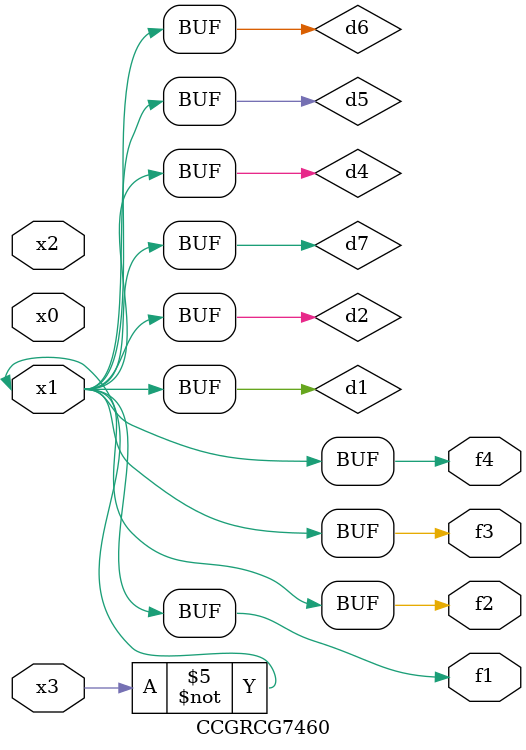
<source format=v>
module CCGRCG7460(
	input x0, x1, x2, x3,
	output f1, f2, f3, f4
);

	wire d1, d2, d3, d4, d5, d6, d7;

	not (d1, x3);
	buf (d2, x1);
	xnor (d3, d1, d2);
	nor (d4, d1);
	buf (d5, d1, d2);
	buf (d6, d4, d5);
	nand (d7, d4);
	assign f1 = d6;
	assign f2 = d7;
	assign f3 = d6;
	assign f4 = d6;
endmodule

</source>
